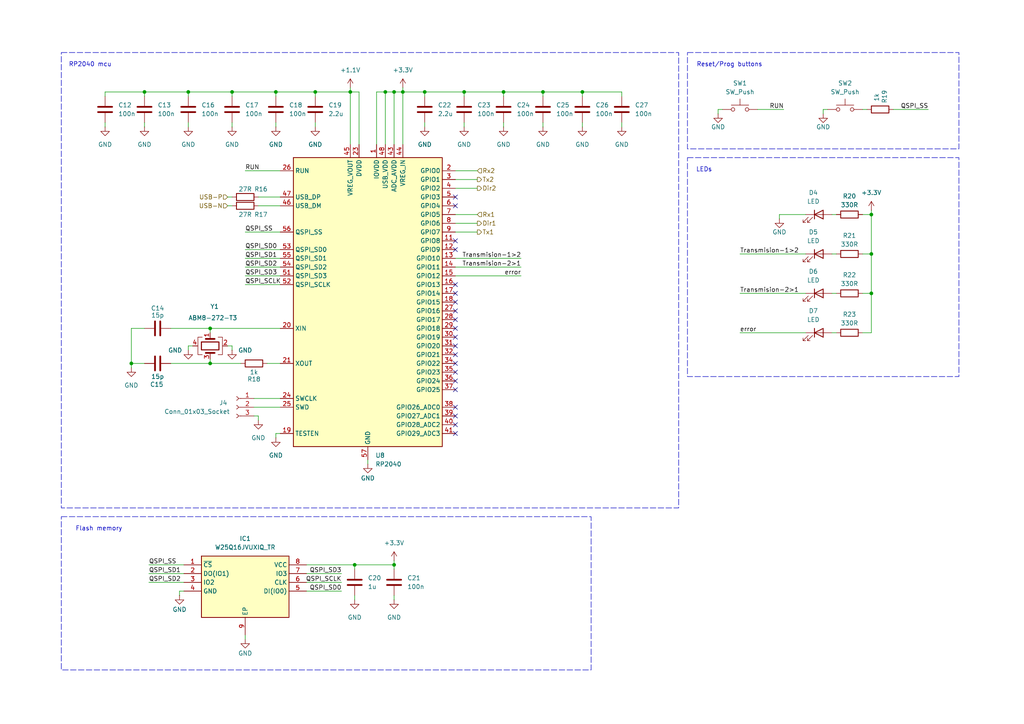
<source format=kicad_sch>
(kicad_sch (version 20231120) (generator "eeschema") (generator_version "8.0")
  (paper "A4")
  (title_block (title "RS485 Isolated Repeater") (date "2025-03-13") (rev "v1.0") (company "Szymon Wąchała"))
  (lib_symbols
    (symbol "Connector:Conn_01x03_Socket" (pin_names (offset 1.016) hide)
      (property "Reference" "J" (at 0 5.08 0))
      (property "Value" "Conn_01x03_Socket" (at 0 -5.08 0))
      (symbol "Conn_01x03_Socket_1_1"
        (arc (start 0 -2.032) (mid -0.5058 -2.54) (end 0 -3.048) (stroke (width 0.1524)))
        (polyline (pts (xy -1.27 -2.54) (xy -0.508 -2.54)) (stroke (width 0.1524)))
        (polyline (pts (xy -1.27 0) (xy -0.508 0)) (stroke (width 0.1524)))
        (polyline (pts (xy -1.27 2.54) (xy -0.508 2.54)) (stroke (width 0.1524)))
        (arc (start 0 0.508) (mid -0.5058 0) (end 0 -0.508) (stroke (width 0.1524)))
        (arc (start 0 3.048) (mid -0.5058 2.54) (end 0 2.032) (stroke (width 0.1524)))
        (pin passive line (at -5.08 2.54 0) (length 3.81) (name "Pin_1") (number "1"))
        (pin passive line (at -5.08 0 0) (length 3.81) (name "Pin_2") (number "2"))
        (pin passive line (at -5.08 -2.54 0) (length 3.81) (name "Pin_3") (number "3"))
      )
    )
    (symbol "Device:C" (pin_numbers hide) (pin_names (offset 0.254))
      (property "Reference" "C" (at 0.635 2.54 0))
      (property "Value" "C" (at 0.635 -2.54 0))
      (symbol "C_0_1"
        (polyline (pts (xy -2.032 -0.762) (xy 2.032 -0.762)) (stroke (width 0.508)))
        (polyline (pts (xy -2.032 0.762) (xy 2.032 0.762)) (stroke (width 0.508)))
      )
      (symbol "C_1_1"
        (pin passive line (at 0 3.81 270) (length 2.794) (name "~") (number "1"))
        (pin passive line (at 0 -3.81 90) (length 2.794) (name "~") (number "2"))
      )
    )
    (symbol "Device:Crystal_GND24" (pin_names (offset 1.016) hide)
      (property "Reference" "Y" (at 3.175 5.08 0))
      (property "Value" "Crystal_GND24" (at 3.175 3.175 0))
      (symbol "Crystal_GND24_0_1"
        (rectangle (start -1.143 2.54) (end 1.143 -2.54) (stroke (width 0.3048)))
        (polyline (pts (xy -2.54 0) (xy -2.032 0)))
        (polyline (pts (xy -2.032 -1.27) (xy -2.032 1.27)) (stroke (width 0.508)))
        (polyline (pts (xy 0 -3.81) (xy 0 -3.556)))
        (polyline (pts (xy 0 3.556) (xy 0 3.81)))
        (polyline (pts (xy 2.032 -1.27) (xy 2.032 1.27)) (stroke (width 0.508)))
        (polyline (pts (xy 2.032 0) (xy 2.54 0)))
        (polyline (pts (xy -2.54 -2.286) (xy -2.54 -3.556) (xy 2.54 -3.556) (xy 2.54 -2.286)))
        (polyline (pts (xy -2.54 2.286) (xy -2.54 3.556) (xy 2.54 3.556) (xy 2.54 2.286)))
      )
      (symbol "Crystal_GND24_1_1"
        (pin passive line (at -3.81 0 0) (length 1.27) (name "1") (number "1"))
        (pin passive line (at 0 5.08 270) (length 1.27) (name "2") (number "2"))
        (pin passive line (at 3.81 0 180) (length 1.27) (name "3") (number "3"))
        (pin passive line (at 0 -5.08 90) (length 1.27) (name "4") (number "4"))
      )
    )
    (symbol "Device:LED" (pin_numbers hide) (pin_names (offset 1.016) hide)
      (property "Reference" "D" (at 0 2.54 0))
      (property "Value" "LED" (at 0 -2.54 0))
      (symbol "LED_0_1"
        (polyline (pts (xy -1.27 -1.27) (xy -1.27 1.27)) (stroke (width 0.254)))
        (polyline (pts (xy -1.27 0) (xy 1.27 0)))
        (polyline (pts (xy 1.27 -1.27) (xy 1.27 1.27) (xy -1.27 0) (xy 1.27 -1.27)) (stroke (width 0.254)))
        (polyline (pts (xy -3.048 -0.762) (xy -4.572 -2.286) (xy -3.81 -2.286) (xy -4.572 -2.286) (xy -4.572 -1.524)))
        (polyline (pts (xy -1.778 -0.762) (xy -3.302 -2.286) (xy -2.54 -2.286) (xy -3.302 -2.286) (xy -3.302 -1.524)))
      )
      (symbol "LED_1_1"
        (pin passive line (at -3.81 0 0) (length 2.54) (name "K") (number "1"))
        (pin passive line (at 3.81 0 180) (length 2.54) (name "A") (number "2"))
      )
    )
    (symbol "Device:R" (pin_numbers hide) (pin_names (offset 0))
      (property "Reference" "R" (at 2.032 0 90))
      (property "Value" "R" (at 0 0 90))
      (symbol "R_0_1"
        (rectangle (start -1.016 -2.54) (end 1.016 2.54) (stroke (width 0.254)))
      )
      (symbol "R_1_1"
        (pin passive line (at 0 3.81 270) (length 1.27) (name "~") (number "1"))
        (pin passive line (at 0 -3.81 90) (length 1.27) (name "~") (number "2"))
      )
    )
    (symbol "MCU_RaspberryPi:RP2040"
      (property "Reference" "U" (at 17.78 45.72 0))
      (property "Value" "RP2040" (at 17.78 43.18 0))
      (symbol "RP2040_0_1"
        (rectangle (start -21.59 41.91) (end 21.59 -41.91) (stroke (width 0.254)) (fill (type background)))
      )
      (symbol "RP2040_1_1"
        (pin power_in line (at 2.54 45.72 270) (length 3.81) (name "IOVDD") (number "1"))
        (pin passive line (at 2.54 45.72 270) (length 3.81) hide (name "IOVDD") (number "10"))
        (pin bidirectional line (at 25.4 17.78 180) (length 3.81) (name "GPIO8") (number "11"))
        (pin bidirectional line (at 25.4 15.24 180) (length 3.81) (name "GPIO9") (number "12"))
        (pin bidirectional line (at 25.4 12.7 180) (length 3.81) (name "GPIO10") (number "13"))
        (pin bidirectional line (at 25.4 10.16 180) (length 3.81) (name "GPIO11") (number "14"))
        (pin bidirectional line (at 25.4 7.62 180) (length 3.81) (name "GPIO12") (number "15"))
        (pin bidirectional line (at 25.4 5.08 180) (length 3.81) (name "GPIO13") (number "16"))
        (pin bidirectional line (at 25.4 2.54 180) (length 3.81) (name "GPIO14") (number "17"))
        (pin bidirectional line (at 25.4 0 180) (length 3.81) (name "GPIO15") (number "18"))
        (pin input line (at -25.4 -38.1 0) (length 3.81) (name "TESTEN") (number "19"))
        (pin bidirectional line (at 25.4 38.1 180) (length 3.81) (name "GPIO0") (number "2"))
        (pin input line (at -25.4 -7.62 0) (length 3.81) (name "XIN") (number "20"))
        (pin passive line (at -25.4 -17.78 0) (length 3.81) (name "XOUT") (number "21"))
        (pin passive line (at 2.54 45.72 270) (length 3.81) hide (name "IOVDD") (number "22"))
        (pin power_in line (at -2.54 45.72 270) (length 3.81) (name "DVDD") (number "23"))
        (pin input line (at -25.4 -27.94 0) (length 3.81) (name "SWCLK") (number "24"))
        (pin bidirectional line (at -25.4 -30.48 0) (length 3.81) (name "SWD") (number "25"))
        (pin input line (at -25.4 38.1 0) (length 3.81) (name "RUN") (number "26"))
        (pin bidirectional line (at 25.4 -2.54 180) (length 3.81) (name "GPIO16") (number "27"))
        (pin bidirectional line (at 25.4 -5.08 180) (length 3.81) (name "GPIO17") (number "28"))
        (pin bidirectional line (at 25.4 -7.62 180) (length 3.81) (name "GPIO18") (number "29"))
        (pin bidirectional line (at 25.4 35.56 180) (length 3.81) (name "GPIO1") (number "3"))
        (pin bidirectional line (at 25.4 -10.16 180) (length 3.81) (name "GPIO19") (number "30"))
        (pin bidirectional line (at 25.4 -12.7 180) (length 3.81) (name "GPIO20") (number "31"))
        (pin bidirectional line (at 25.4 -15.24 180) (length 3.81) (name "GPIO21") (number "32"))
        (pin passive line (at 2.54 45.72 270) (length 3.81) hide (name "IOVDD") (number "33"))
        (pin bidirectional line (at 25.4 -17.78 180) (length 3.81) (name "GPIO22") (number "34"))
        (pin bidirectional line (at 25.4 -20.32 180) (length 3.81) (name "GPIO23") (number "35"))
        (pin bidirectional line (at 25.4 -22.86 180) (length 3.81) (name "GPIO24") (number "36"))
        (pin bidirectional line (at 25.4 -25.4 180) (length 3.81) (name "GPIO25") (number "37"))
        (pin bidirectional line (at 25.4 -30.48 180) (length 3.81) (name "GPIO26_ADC0") (number "38"))
        (pin bidirectional line (at 25.4 -33.02 180) (length 3.81) (name "GPIO27_ADC1") (number "39"))
        (pin bidirectional line (at 25.4 33.02 180) (length 3.81) (name "GPIO2") (number "4"))
        (pin bidirectional line (at 25.4 -35.56 180) (length 3.81) (name "GPIO28_ADC2") (number "40"))
        (pin bidirectional line (at 25.4 -38.1 180) (length 3.81) (name "GPIO29_ADC3") (number "41"))
        (pin passive line (at 2.54 45.72 270) (length 3.81) hide (name "IOVDD") (number "42"))
        (pin power_in line (at 7.62 45.72 270) (length 3.81) (name "ADC_AVDD") (number "43"))
        (pin power_in line (at 10.16 45.72 270) (length 3.81) (name "VREG_IN") (number "44"))
        (pin power_out line (at -5.08 45.72 270) (length 3.81) (name "VREG_VOUT") (number "45"))
        (pin bidirectional line (at -25.4 27.94 0) (length 3.81) (name "USB_DM") (number "46"))
        (pin bidirectional line (at -25.4 30.48 0) (length 3.81) (name "USB_DP") (number "47"))
        (pin power_in line (at 5.08 45.72 270) (length 3.81) (name "USB_VDD") (number "48"))
        (pin passive line (at 2.54 45.72 270) (length 3.81) hide (name "IOVDD") (number "49"))
        (pin bidirectional line (at 25.4 30.48 180) (length 3.81) (name "GPIO3") (number "5"))
        (pin passive line (at -2.54 45.72 270) (length 3.81) hide (name "DVDD") (number "50"))
        (pin bidirectional line (at -25.4 7.62 0) (length 3.81) (name "QSPI_SD3") (number "51"))
        (pin output line (at -25.4 5.08 0) (length 3.81) (name "QSPI_SCLK") (number "52"))
        (pin bidirectional line (at -25.4 15.24 0) (length 3.81) (name "QSPI_SD0") (number "53"))
        (pin bidirectional line (at -25.4 10.16 0) (length 3.81) (name "QSPI_SD2") (number "54"))
        (pin bidirectional line (at -25.4 12.7 0) (length 3.81) (name "QSPI_SD1") (number "55"))
        (pin bidirectional line (at -25.4 20.32 0) (length 3.81) (name "QSPI_SS") (number "56"))
        (pin power_in line (at 0 -45.72 90) (length 3.81) (name "GND") (number "57"))
        (pin bidirectional line (at 25.4 27.94 180) (length 3.81) (name "GPIO4") (number "6"))
        (pin bidirectional line (at 25.4 25.4 180) (length 3.81) (name "GPIO5") (number "7"))
        (pin bidirectional line (at 25.4 22.86 180) (length 3.81) (name "GPIO6") (number "8"))
        (pin bidirectional line (at 25.4 20.32 180) (length 3.81) (name "GPIO7") (number "9"))
      )
    )
    (symbol "Switch:SW_Push" (pin_numbers hide) (pin_names (offset 1.016) hide)
      (property "Reference" "SW" (at 1.27 2.54 0))
      (property "Value" "SW_Push" (at 0 -1.524 0))
      (symbol "SW_Push_0_1"
        (circle (center -2.032 0) (radius 0.508))
        (polyline (pts (xy 0 1.27) (xy 0 3.048)))
        (polyline (pts (xy 2.54 1.27) (xy -2.54 1.27)))
        (circle (center 2.032 0) (radius 0.508))
        (pin passive line (at -5.08 0 0) (length 2.54) (name "1") (number "1"))
        (pin passive line (at 5.08 0 180) (length 2.54) (name "2") (number "2"))
      )
    )
    (symbol "W25Q16JVUXIQ_TR:W25Q16JVUXIQ_TR"
      (property "Reference" "IC" (at 31.75 7.62 0))
      (property "Value" "W25Q16JVUXIQ_TR" (at 31.75 5.08 0))
      (symbol "W25Q16JVUXIQ_TR_1_1"
        (rectangle (start 5.08 2.54) (end 30.48 -15.24) (stroke (width 0.254)) (fill (type background)))
        (pin passive line (at 0 0 0) (length 5.08) (name "~{CS}") (number "1"))
        (pin passive line (at 0 -2.54 0) (length 5.08) (name "DO(IO1)") (number "2"))
        (pin passive line (at 0 -5.08 0) (length 5.08) (name "IO2") (number "3"))
        (pin passive line (at 0 -7.62 0) (length 5.08) (name "GND") (number "4"))
        (pin passive line (at 35.56 -7.62 180) (length 5.08) (name "DI(IO0)") (number "5"))
        (pin passive line (at 35.56 -5.08 180) (length 5.08) (name "CLK") (number "6"))
        (pin passive line (at 35.56 -2.54 180) (length 5.08) (name "IO3") (number "7"))
        (pin passive line (at 35.56 0 180) (length 5.08) (name "VCC") (number "8"))
        (pin passive line (at 17.78 -20.32 90) (length 5.08) (name "EP") (number "9"))
      )
    )
    (symbol "power:GND" (power) (pin_numbers hide) (pin_names (offset 0) hide)
      (property "Value" "GND" (at 0 -3.81 0))
      (symbol "GND_0_1"
        (polyline (pts (xy 0 0) (xy 0 -1.27) (xy 1.27 -1.27) (xy 0 -2.54) (xy -1.27 -1.27) (xy 0 -1.27)))
      )
      (symbol "GND_1_1"
        (pin power_in line (at 0 0 270) (length 0) (name "~") (number "1"))
      )
    )
    (symbol "power:VCC" (power) (pin_numbers hide) (pin_names (offset 0) hide)
      (property "Value" "VCC" (at 0 3.556 0))
      (symbol "VCC_0_1"
        (polyline (pts (xy -0.762 1.27) (xy 0 2.54)))
        (polyline (pts (xy 0 0) (xy 0 2.54)))
        (polyline (pts (xy 0 2.54) (xy 0.762 1.27)))
      )
      (symbol "VCC_1_1"
        (pin power_in line (at 0 0 90) (length 0) (name "~") (number "1"))
      )
    )
  )
  (junction (at 41.91 26.67))
  (junction (at 101.6 26.67))
  (junction (at 91.44 26.67))
  (junction (at 252.73 62.23))
  (junction (at 67.31 26.67))
  (junction (at 38.1 105.41))
  (junction (at 252.73 85.09))
  (junction (at 114.3 26.67))
  (junction (at 60.96 105.41))
  (junction (at 111.76 26.67))
  (junction (at 123.19 26.67))
  (junction (at 80.01 26.67))
  (junction (at 157.48 26.67))
  (junction (at 116.84 26.67))
  (junction (at 252.73 73.66))
  (junction (at 60.96 95.25))
  (junction (at 114.3 163.83))
  (junction (at 102.87 163.83))
  (junction (at 146.05 26.67))
  (junction (at 134.62 26.67))
  (junction (at 168.91 26.67))
  (junction (at 54.61 26.67))
  (no_connect (at 132.08 125.73))
  (no_connect (at 132.08 97.79))
  (no_connect (at 132.08 102.87))
  (no_connect (at 132.08 69.85))
  (no_connect (at 132.08 90.17))
  (no_connect (at 132.08 92.71))
  (no_connect (at 132.08 118.11))
  (no_connect (at 132.08 72.39))
  (no_connect (at 132.08 95.25))
  (no_connect (at 132.08 113.03))
  (no_connect (at 132.08 100.33))
  (no_connect (at 132.08 110.49))
  (no_connect (at 132.08 57.15))
  (no_connect (at 132.08 82.55))
  (no_connect (at 132.08 87.63))
  (no_connect (at 132.08 105.41))
  (no_connect (at 132.08 120.65))
  (no_connect (at 132.08 123.19))
  (no_connect (at 132.08 107.95))
  (no_connect (at 132.08 85.09))
  (no_connect (at 132.08 59.69))
  (wire (pts (xy 109.22 41.91) (xy 109.22 26.67)))
  (wire (pts (xy 116.84 26.67) (xy 116.84 41.91)))
  (wire (pts (xy 66.04 59.69) (xy 67.31 59.69)))
  (wire (pts (xy 77.47 105.41) (xy 81.28 105.41)))
  (wire (pts (xy 208.28 33.02) (xy 208.28 31.75)))
  (wire (pts (xy 241.3 96.52) (xy 242.57 96.52)))
  (wire (pts (xy 151.13 77.47) (xy 132.08 77.47)))
  (wire (pts (xy 123.19 36.83) (xy 123.19 35.56)))
  (wire (pts (xy 38.1 105.41) (xy 41.91 105.41)))
  (wire (pts (xy 52.07 171.45) (xy 52.07 172.72)))
  (wire (pts (xy 80.01 27.94) (xy 80.01 26.67)))
  (wire (pts (xy 73.66 118.11) (xy 81.28 118.11)))
  (wire (pts (xy 157.48 36.83) (xy 157.48 35.56)))
  (wire (pts (xy 67.31 27.94) (xy 67.31 26.67)))
  (wire (pts (xy 138.43 62.23) (xy 132.08 62.23)))
  (wire (pts (xy 241.3 62.23) (xy 242.57 62.23)))
  (wire (pts (xy 214.63 85.09) (xy 233.68 85.09)))
  (wire (pts (xy 67.31 36.83) (xy 67.31 35.56)))
  (wire (pts (xy 252.73 85.09) (xy 252.73 96.52)))
  (wire (pts (xy 259.08 31.75) (xy 269.24 31.75)))
  (wire (pts (xy 91.44 27.94) (xy 91.44 26.67)))
  (wire (pts (xy 66.04 57.15) (xy 67.31 57.15)))
  (wire (pts (xy 71.12 77.47) (xy 81.28 77.47)))
  (wire (pts (xy 157.48 27.94) (xy 157.48 26.67)))
  (wire (pts (xy 241.3 73.66) (xy 242.57 73.66)))
  (wire (pts (xy 99.06 168.91) (xy 88.9 168.91)))
  (wire (pts (xy 104.14 41.91) (xy 104.14 26.67)))
  (wire (pts (xy 71.12 49.53) (xy 81.28 49.53)))
  (wire (pts (xy 71.12 82.55) (xy 81.28 82.55)))
  (wire (pts (xy 168.91 26.67) (xy 157.48 26.67)))
  (wire (pts (xy 252.73 73.66) (xy 252.73 85.09)))
  (wire (pts (xy 250.19 73.66) (xy 252.73 73.66)))
  (wire (pts (xy 54.61 36.83) (xy 54.61 35.56)))
  (wire (pts (xy 41.91 36.83) (xy 41.91 35.56)))
  (wire (pts (xy 180.34 26.67) (xy 168.91 26.67)))
  (wire (pts (xy 38.1 95.25) (xy 38.1 105.41)))
  (wire (pts (xy 60.96 95.25) (xy 60.96 96.52)))
  (wire (pts (xy 116.84 26.67) (xy 123.19 26.67)))
  (wire (pts (xy 106.68 133.35) (xy 106.68 134.62)))
  (wire (pts (xy 101.6 26.67) (xy 101.6 41.91)))
  (wire (pts (xy 91.44 35.56) (xy 91.44 36.83)))
  (wire (pts (xy 208.28 31.75) (xy 209.55 31.75)))
  (wire (pts (xy 114.3 26.67) (xy 116.84 26.67)))
  (wire (pts (xy 71.12 74.93) (xy 81.28 74.93)))
  (wire (pts (xy 180.34 27.94) (xy 180.34 26.67)))
  (wire (pts (xy 49.53 105.41) (xy 60.96 105.41)))
  (wire (pts (xy 88.9 163.83) (xy 102.87 163.83)))
  (wire (pts (xy 134.62 26.67) (xy 123.19 26.67)))
  (wire (pts (xy 138.43 54.61) (xy 132.08 54.61)))
  (wire (pts (xy 52.07 171.45) (xy 53.34 171.45)))
  (wire (pts (xy 30.48 36.83) (xy 30.48 35.56)))
  (wire (pts (xy 146.05 26.67) (xy 134.62 26.67)))
  (wire (pts (xy 250.19 96.52) (xy 252.73 96.52)))
  (wire (pts (xy 109.22 26.67) (xy 111.76 26.67)))
  (wire (pts (xy 66.04 100.33) (xy 67.31 100.33)))
  (wire (pts (xy 116.84 25.4) (xy 116.84 26.67)))
  (wire (pts (xy 73.66 120.65) (xy 74.93 120.65)))
  (wire (pts (xy 67.31 100.33) (xy 67.31 101.6)))
  (wire (pts (xy 102.87 163.83) (xy 102.87 165.1)))
  (wire (pts (xy 146.05 36.83) (xy 146.05 35.56)))
  (wire (pts (xy 111.76 26.67) (xy 111.76 41.91)))
  (wire (pts (xy 38.1 106.68) (xy 38.1 105.41)))
  (wire (pts (xy 69.85 105.41) (xy 60.96 105.41)))
  (wire (pts (xy 102.87 172.72) (xy 102.87 173.99)))
  (wire (pts (xy 60.96 95.25) (xy 81.28 95.25)))
  (wire (pts (xy 54.61 100.33) (xy 55.88 100.33)))
  (wire (pts (xy 168.91 26.67) (xy 168.91 27.94)))
  (wire (pts (xy 134.62 36.83) (xy 134.62 35.56)))
  (wire (pts (xy 67.31 26.67) (xy 80.01 26.67)))
  (wire (pts (xy 80.01 127) (xy 80.01 125.73)))
  (wire (pts (xy 74.93 120.65) (xy 74.93 121.92)))
  (wire (pts (xy 168.91 36.83) (xy 168.91 35.56)))
  (wire (pts (xy 219.71 31.75) (xy 227.33 31.75)))
  (wire (pts (xy 241.3 85.09) (xy 242.57 85.09)))
  (wire (pts (xy 114.3 163.83) (xy 102.87 163.83)))
  (wire (pts (xy 252.73 62.23) (xy 252.73 60.96)))
  (wire (pts (xy 146.05 26.67) (xy 146.05 27.94)))
  (wire (pts (xy 74.93 59.69) (xy 81.28 59.69)))
  (wire (pts (xy 80.01 26.67) (xy 91.44 26.67)))
  (wire (pts (xy 214.63 73.66) (xy 233.68 73.66)))
  (wire (pts (xy 252.73 62.23) (xy 252.73 73.66)))
  (wire (pts (xy 74.93 57.15) (xy 81.28 57.15)))
  (wire (pts (xy 138.43 52.07) (xy 132.08 52.07)))
  (wire (pts (xy 99.06 171.45) (xy 88.9 171.45)))
  (wire (pts (xy 91.44 26.67) (xy 101.6 26.67)))
  (wire (pts (xy 60.96 105.41) (xy 60.96 104.14)))
  (wire (pts (xy 43.18 166.37) (xy 53.34 166.37)))
  (wire (pts (xy 226.06 63.5) (xy 226.06 62.23)))
  (wire (pts (xy 43.18 168.91) (xy 53.34 168.91)))
  (wire (pts (xy 114.3 26.67) (xy 114.3 41.91)))
  (wire (pts (xy 157.48 26.67) (xy 146.05 26.67)))
  (wire (pts (xy 54.61 27.94) (xy 54.61 26.67)))
  (wire (pts (xy 114.3 163.83) (xy 114.3 165.1)))
  (wire (pts (xy 138.43 67.31) (xy 132.08 67.31)))
  (wire (pts (xy 111.76 26.67) (xy 114.3 26.67)))
  (wire (pts (xy 114.3 172.72) (xy 114.3 173.99)))
  (wire (pts (xy 101.6 25.4) (xy 101.6 26.67)))
  (wire (pts (xy 71.12 67.31) (xy 81.28 67.31)))
  (wire (pts (xy 151.13 80.01) (xy 132.08 80.01)))
  (wire (pts (xy 71.12 184.15) (xy 71.12 185.42)))
  (wire (pts (xy 238.76 31.75) (xy 240.03 31.75)))
  (wire (pts (xy 30.48 26.67) (xy 30.48 27.94)))
  (wire (pts (xy 151.13 74.93) (xy 132.08 74.93)))
  (wire (pts (xy 80.01 125.73) (xy 81.28 125.73)))
  (wire (pts (xy 250.19 85.09) (xy 252.73 85.09)))
  (wire (pts (xy 138.43 49.53) (xy 132.08 49.53)))
  (wire (pts (xy 49.53 95.25) (xy 60.96 95.25)))
  (wire (pts (xy 43.18 163.83) (xy 53.34 163.83)))
  (wire (pts (xy 54.61 101.6) (xy 54.61 100.33)))
  (wire (pts (xy 73.66 115.57) (xy 81.28 115.57)))
  (wire (pts (xy 134.62 27.94) (xy 134.62 26.67)))
  (wire (pts (xy 214.63 96.52) (xy 233.68 96.52)))
  (wire (pts (xy 226.06 62.23) (xy 233.68 62.23)))
  (wire (pts (xy 104.14 26.67) (xy 101.6 26.67)))
  (wire (pts (xy 238.76 33.02) (xy 238.76 31.75)))
  (wire (pts (xy 41.91 27.94) (xy 41.91 26.67)))
  (wire (pts (xy 71.12 72.39) (xy 81.28 72.39)))
  (wire (pts (xy 71.12 80.01) (xy 81.28 80.01)))
  (wire (pts (xy 80.01 36.83) (xy 80.01 35.56)))
  (wire (pts (xy 114.3 162.56) (xy 114.3 163.83)))
  (wire (pts (xy 123.19 26.67) (xy 123.19 27.94)))
  (wire (pts (xy 54.61 26.67) (xy 67.31 26.67)))
  (wire (pts (xy 99.06 166.37) (xy 88.9 166.37)))
  (wire (pts (xy 41.91 26.67) (xy 54.61 26.67)))
  (wire (pts (xy 41.91 26.67) (xy 30.48 26.67)))
  (wire (pts (xy 138.43 64.77) (xy 132.08 64.77)))
  (wire (pts (xy 250.19 31.75) (xy 251.46 31.75)))
  (wire (pts (xy 250.19 62.23) (xy 252.73 62.23)))
  (wire (pts (xy 180.34 36.83) (xy 180.34 35.56)))
  (wire (pts (xy 38.1 95.25) (xy 41.91 95.25)))
  (rectangle (start 17.78 15.24) (end 196.85 147.32) (stroke (width 0) (type dash)))
  (rectangle (start 199.39 15.24) (end 278.13 43.18) (stroke (width 0) (type dash)))
  (rectangle (start 199.39 45.72) (end 278.13 109.22) (stroke (width 0) (type dash)))
  (rectangle (start 17.78 149.86) (end 171.45 194.31) (stroke (width 0) (type dash)))
  (text "LEDs" (at 204.216 49.276 0) (effects (font (size 1.27 1.27))))
  (text "Reset/Prog buttons" (at 211.582 18.796 0) (effects (font (size 1.27 1.27))))
  (text "RP2040 mcu" (at 26.162 18.796 0) (effects (font (size 1.27 1.27))))
  (text "Flash memory" (at 28.702 153.416 0) (effects (font (size 1.27 1.27))))
  (label "QSPI_SD2" (at 71.12 77.47 0))
  (label "RUN" (at 71.12 49.53 0))
  (label "QSPI_SS" (at 269.24 31.75 180))
  (label "error" (at 151.13 80.01 180))
  (label "Transmision-1>2" (at 151.13 74.93 180))
  (label "QSPI_SCLK" (at 99.06 168.91 180))
  (label "QSPI_SD2" (at 43.18 168.91 0))
  (label "QSPI_SS" (at 71.12 67.31 0))
  (label "QSPI_SD1" (at 43.18 166.37 0))
  (label "QSPI_SD3" (at 99.06 166.37 180))
  (label "QSPI_SD3" (at 71.12 80.01 0))
  (label "Transmision-2>1" (at 214.63 85.09 0))
  (label "Transmision-1>2" (at 214.63 73.66 0))
  (label "QSPI_SD0" (at 99.06 171.45 180))
  (label "QSPI_SS" (at 43.18 163.83 0))
  (label "QSPI_SD1" (at 71.12 74.93 0))
  (label "QSPI_SCLK" (at 71.12 82.55 0))
  (label "error" (at 214.63 96.52 0))
  (label "QSPI_SD0" (at 71.12 72.39 0))
  (label "Transmision-2>1" (at 151.13 77.47 180))
  (label "RUN" (at 227.33 31.75 180))
  (hierarchical_label "USB-N" (shape input) (at 66.04 59.69 180))
  (hierarchical_label "Rx2" (shape input) (at 138.43 49.53 0))
  (hierarchical_label "Dir2" (shape output) (at 138.43 54.61 0))
  (hierarchical_label "USB-P" (shape input) (at 66.04 57.15 180))
  (hierarchical_label "Tx1" (shape output) (at 138.43 67.31 0))
  (hierarchical_label "Dir1" (shape output) (at 138.43 64.77 0))
  (hierarchical_label "Tx2" (shape output) (at 138.43 52.07 0))
  (hierarchical_label "Rx1" (shape input) (at 138.43 62.23 0))
  (symbol (lib_id "power:GND") (at 41.91 36.83 0) (unit 1)
    (property "Reference" "#PWR038" (effects (hide yes)))
    (property "Value" "GND" (at 41.91 41.91 0))
    (property "Description" "Power symbol creates a global label with name \"GND\" , ground" (effects (hide yes)))
  )
  (symbol (lib_id "Device:C") (at 168.91 31.75 0) (unit 1)
    (property "Reference" "C26" (at 172.72 30.4799 0) (effects (justify left)))
    (property "Value" "100n" (at 172.72 33.0199 0) (effects (justify left)))
    (property "Footprint" "Capacitor_SMD:C_0402_1005Metric" (effects (hide yes)))
    (property "Description" "Unpolarized capacitor" (effects (hide yes)))
  )
  (symbol (lib_id "MCU_RaspberryPi:RP2040") (at 106.68 87.63 0) (unit 1)
    (property "Reference" "U8" (at 108.8741 132.08 0) (effects (justify left)))
    (property "Value" "RP2040" (at 108.8741 134.62 0) (effects (justify left)))
    (property "Footprint" "Package_DFN_QFN:QFN-56-1EP_7x7mm_P0.4mm_EP3.2x3.2mm_ThermalVias" (effects (hide yes)))
    (property "Datasheet" "https://datasheets.raspberrypi.com/rp2040/rp2040-datasheet.pdf" (effects (hide yes)))
    (property "Description" "A microcontroller by Raspberry Pi" (effects (hide yes)))
  )
  (symbol (lib_id "Device:LED") (at 237.49 73.66 0) (unit 1)
    (property "Reference" "D5" (at 235.9025 67.31 0))
    (property "Value" "LED" (at 235.9025 69.85 0))
    (property "Footprint" "LED_SMD:LED_0805_2012Metric" (effects (hide yes)))
    (property "Description" "Light emitting diode" (effects (hide yes)))
  )
  (symbol (lib_id "Device:C") (at 45.72 105.41 90) (unit 1)
    (property "Reference" "C15" (at 45.466 111.506 90))
    (property "Value" "15p" (at 45.72 109.22 90))
    (property "Footprint" "Capacitor_SMD:C_0402_1005Metric" (effects (hide yes)))
    (property "Description" "Unpolarized capacitor" (effects (hide yes)))
  )
  (symbol (lib_id "power:GND") (at 106.68 134.62 0) (unit 1)
    (property "Reference" "#PWR051" (effects (hide yes)))
    (property "Value" "GND" (at 106.68 138.684 0))
    (property "Description" "Power symbol creates a global label with name \"GND\" , ground" (effects (hide yes)))
  )
  (symbol (lib_id "power:VCC") (at 252.73 60.96 0) (unit 1)
    (property "Reference" "#PWR062" (effects (hide yes)))
    (property "Value" "+3.3V" (at 252.73 55.88 0))
    (property "Description" "Power symbol creates a global label with name \"VCC\"" (effects (hide yes)))
  )
  (symbol (lib_id "power:GND") (at 226.06 63.5 0) (unit 1)
    (property "Reference" "#PWR063" (effects (hide yes)))
    (property "Value" "GND" (at 226.06 67.31 0))
    (property "Description" "Power symbol creates a global label with name \"GND\" , ground" (effects (hide yes)))
  )
  (symbol (lib_id "power:GND") (at 146.05 36.83 0) (unit 1)
    (property "Reference" "#PWR057" (effects (hide yes)))
    (property "Value" "GND" (at 146.05 41.91 0))
    (property "Description" "Power symbol creates a global label with name \"GND\" , ground" (effects (hide yes)))
  )
  (symbol (lib_id "power:GND") (at 74.93 121.92 0) (unit 1)
    (property "Reference" "#PWR045" (effects (hide yes)))
    (property "Value" "GND" (at 74.93 127 0))
    (property "Description" "Power symbol creates a global label with name \"GND\" , ground" (effects (hide yes)))
  )
  (symbol (lib_id "power:VCC") (at 101.6 25.4 0) (unit 1)
    (property "Reference" "#PWR049" (effects (hide yes)))
    (property "Value" "+1.1V" (at 101.6 20.32 0))
    (property "Description" "Power symbol creates a global label with name \"VCC\"" (effects (hide yes)))
  )
  (symbol (lib_id "Device:R") (at 246.38 96.52 90) (unit 1)
    (property "Reference" "R23" (at 246.38 91.186 90))
    (property "Value" "330R" (at 246.38 93.726 90))
    (property "Footprint" "Resistor_SMD:R_0805_2012Metric" (effects (hide yes)))
    (property "Description" "Resistor" (effects (hide yes)))
  )
  (symbol (lib_id "Device:C") (at 134.62 31.75 0) (unit 1)
    (property "Reference" "C23" (at 138.43 30.4799 0) (effects (justify left)))
    (property "Value" "100n" (at 138.43 33.0199 0) (effects (justify left)))
    (property "Footprint" "Capacitor_SMD:C_0402_1005Metric" (effects (hide yes)))
    (property "Description" "Unpolarized capacitor" (effects (hide yes)))
  )
  (symbol (lib_id "Device:C") (at 45.72 95.25 90) (unit 1)
    (property "Reference" "C14" (at 45.72 89.408 90))
    (property "Value" "15p" (at 45.72 91.44 90))
    (property "Footprint" "Capacitor_SMD:C_0402_1005Metric" (effects (hide yes)))
    (property "Description" "Unpolarized capacitor" (effects (hide yes)))
  )
  (symbol (lib_id "Device:C") (at 157.48 31.75 0) (unit 1)
    (property "Reference" "C25" (at 161.29 30.4799 0) (effects (justify left)))
    (property "Value" "100n" (at 161.29 33.0199 0) (effects (justify left)))
    (property "Footprint" "Capacitor_SMD:C_0402_1005Metric" (effects (hide yes)))
    (property "Description" "Unpolarized capacitor" (effects (hide yes)))
  )
  (symbol (lib_id "power:GND") (at 54.61 101.6 0) (unit 1)
    (property "Reference" "#PWR041" (effects (hide yes)))
    (property "Value" "GND" (at 50.8 101.6 0))
    (property "Description" "Power symbol creates a global label with name \"GND\" , ground" (effects (hide yes)))
  )
  (symbol (lib_id "Switch:SW_Push") (at 214.63 31.75 0) (unit 1)
    (property "Reference" "SW1" (at 214.63 24.13 0))
    (property "Value" "SW_Push" (at 214.63 26.67 0))
    (property "Footprint" "Button_Switch_SMD:SW_Tactile_SPST_NO_Straight_CK_PTS636Sx25SMTRLFS" (effects (hide yes)))
    (property "Description" "Push button switch, generic, two pins" (effects (hide yes)))
  )
  (symbol (lib_id "power:GND") (at 114.3 173.99 0) (unit 1)
    (property "Reference" "#PWR053" (effects (hide yes)))
    (property "Value" "GND" (at 114.3 179.07 0))
    (property "Description" "Power symbol creates a global label with name \"GND\" , ground" (effects (hide yes)))
  )
  (symbol (lib_id "Device:C") (at 102.87 168.91 0) (unit 1)
    (property "Reference" "C20" (at 106.68 167.6399 0) (effects (justify left)))
    (property "Value" "1u" (at 106.68 170.1799 0) (effects (justify left)))
    (property "Footprint" "Capacitor_SMD:C_0805_2012Metric" (effects (hide yes)))
    (property "Description" "Unpolarized capacitor" (effects (hide yes)))
  )
  (symbol (lib_id "power:GND") (at 52.07 172.72 0) (unit 1)
    (property "Reference" "#PWR039" (effects (hide yes)))
    (property "Value" "GND" (at 52.07 176.784 0))
    (property "Description" "Power symbol creates a global label with name \"GND\" , ground" (effects (hide yes)))
  )
  (symbol (lib_id "power:GND") (at 168.91 36.83 0) (unit 1)
    (property "Reference" "#PWR059" (effects (hide yes)))
    (property "Value" "GND" (at 168.91 41.91 0))
    (property "Description" "Power symbol creates a global label with name \"GND\" , ground" (effects (hide yes)))
  )
  (symbol (lib_id "Device:LED") (at 237.49 96.52 0) (unit 1)
    (property "Reference" "D7" (at 235.9025 90.17 0))
    (property "Value" "LED" (at 235.9025 92.71 0))
    (property "Footprint" "LED_SMD:LED_0805_2012Metric" (effects (hide yes)))
    (property "Description" "Light emitting diode" (effects (hide yes)))
  )
  (symbol (lib_id "Device:C") (at 80.01 31.75 0) (unit 1)
    (property "Reference" "C18" (at 83.82 30.4799 0) (effects (justify left)))
    (property "Value" "100n" (at 83.82 33.0199 0) (effects (justify left)))
    (property "Footprint" "Capacitor_SMD:C_0402_1005Metric" (effects (hide yes)))
    (property "Description" "Unpolarized capacitor" (effects (hide yes)))
  )
  (symbol (lib_id "power:GND") (at 30.48 36.83 0) (unit 1)
    (property "Reference" "#PWR036" (effects (hide yes)))
    (property "Value" "GND" (at 30.48 41.91 0))
    (property "Description" "Power symbol creates a global label with name \"GND\" , ground" (effects (hide yes)))
  )
  (symbol (lib_id "power:GND") (at 67.31 36.83 0) (unit 1)
    (property "Reference" "#PWR042" (effects (hide yes)))
    (property "Value" "GND" (at 67.31 41.91 0))
    (property "Description" "Power symbol creates a global label with name \"GND\" , ground" (effects (hide yes)))
  )
  (symbol (lib_id "Switch:SW_Push") (at 245.11 31.75 0) (unit 1)
    (property "Reference" "SW2" (at 245.11 24.13 0))
    (property "Value" "SW_Push" (at 245.11 26.67 0))
    (property "Footprint" "Button_Switch_SMD:SW_Tactile_SPST_NO_Straight_CK_PTS636Sx25SMTRLFS" (effects (hide yes)))
    (property "Description" "Push button switch, generic, two pins" (effects (hide yes)))
  )
  (symbol (lib_id "W25Q16JVUXIQ_TR:W25Q16JVUXIQ_TR") (at 53.34 163.83 0) (unit 1)
    (property "Reference" "IC1" (at 71.12 156.21 0))
    (property "Value" "W25Q16JVUXIQ_TR" (at 71.12 158.75 0))
    (property "Footprint" "W25Q16JVUXIQ_TR:SON50P300X200X60-9N" (effects (hide yes)))
    (property "Datasheet" "https://componentsearchengine.com/Datasheets/1/W25Q16JVUXIQ TR.pdf" (effects (hide yes)))
    (property "Description" "NOR Flash spiFlash, 3V, 16M-bit, 4Kb Uniform Sector, DTR" (effects (hide yes)))
    (property "Height" "0.6" (effects (hide yes)))
    (property "Manufacturer_Name" "Winbond" (effects (hide yes)))
    (property "Manufacturer_Part_Number" "W25Q16JVUXIQ TR" (effects (hide yes)))
  )
  (symbol (lib_id "power:GND") (at 238.76 33.02 0) (unit 1)
    (property "Reference" "#PWR064" (effects (hide yes)))
    (property "Value" "GND" (at 238.76 36.83 0))
    (property "Description" "Power symbol creates a global label with name \"GND\" , ground" (effects (hide yes)))
  )
  (symbol (lib_id "power:GND") (at 157.48 36.83 0) (unit 1)
    (property "Reference" "#PWR058" (effects (hide yes)))
    (property "Value" "GND" (at 157.48 41.91 0))
    (property "Description" "Power symbol creates a global label with name \"GND\" , ground" (effects (hide yes)))
  )
  (symbol (lib_id "Device:R") (at 73.66 105.41 270) (mirror x) (unit 1)
    (property "Reference" "R18" (at 73.66 109.982 90))
    (property "Value" "1k" (at 73.66 107.95 90))
    (property "Footprint" "Resistor_SMD:R_0402_1005Metric" (effects (hide yes)))
    (property "Description" "Resistor" (effects (hide yes)))
  )
  (symbol (lib_id "Device:C") (at 180.34 31.75 0) (unit 1)
    (property "Reference" "C27" (at 184.15 30.4799 0) (effects (justify left)))
    (property "Value" "100n" (at 184.15 33.0199 0) (effects (justify left)))
    (property "Footprint" "Capacitor_SMD:C_0402_1005Metric" (effects (hide yes)))
    (property "Description" "Unpolarized capacitor" (effects (hide yes)))
  )
  (symbol (lib_id "Device:C") (at 114.3 168.91 0) (unit 1)
    (property "Reference" "C21" (at 118.11 167.6399 0) (effects (justify left)))
    (property "Value" "100n" (at 118.11 170.1799 0) (effects (justify left)))
    (property "Footprint" "Capacitor_SMD:C_0402_1005Metric" (effects (hide yes)))
    (property "Description" "Unpolarized capacitor" (effects (hide yes)))
  )
  (symbol (lib_id "Device:R") (at 255.27 31.75 270) (unit 1)
    (property "Reference" "R19" (at 256.54 29.972 0) (effects (justify right)))
    (property "Value" "1k" (at 254.254 29.464 0) (effects (justify right)))
    (property "Footprint" "Resistor_SMD:R_0402_1005Metric" (effects (hide yes)))
    (property "Description" "Resistor" (effects (hide yes)))
  )
  (symbol (lib_id "Device:LED") (at 237.49 62.23 0) (unit 1)
    (property "Reference" "D4" (at 235.9025 55.88 0))
    (property "Value" "LED" (at 235.9025 58.42 0))
    (property "Footprint" "LED_SMD:LED_0805_2012Metric" (effects (hide yes)))
    (property "Description" "Light emitting diode" (effects (hide yes)))
  )
  (symbol (lib_id "Device:R") (at 71.12 57.15 90) (unit 1)
    (property "Reference" "R16" (at 75.692 54.864 90))
    (property "Value" "27R" (at 71.12 54.864 90))
    (property "Footprint" "Resistor_SMD:R_0402_1005Metric" (effects (hide yes)))
    (property "Description" "Resistor" (effects (hide yes)))
  )
  (symbol (lib_id "power:GND") (at 180.34 36.83 0) (unit 1)
    (property "Reference" "#PWR060" (effects (hide yes)))
    (property "Value" "GND" (at 180.34 41.91 0))
    (property "Description" "Power symbol creates a global label with name \"GND\" , ground" (effects (hide yes)))
  )
  (symbol (lib_id "power:GND") (at 67.31 101.6 0) (mirror y) (unit 1)
    (property "Reference" "#PWR043" (effects (hide yes)))
    (property "Value" "GND" (at 71.12 101.6 0))
    (property "Description" "Power symbol creates a global label with name \"GND\" , ground" (effects (hide yes)))
  )
  (symbol (lib_id "Device:LED") (at 237.49 85.09 0) (unit 1)
    (property "Reference" "D6" (at 235.9025 78.74 0))
    (property "Value" "LED" (at 235.9025 81.28 0))
    (property "Footprint" "LED_SMD:LED_0805_2012Metric" (effects (hide yes)))
    (property "Description" "Light emitting diode" (effects (hide yes)))
  )
  (symbol (lib_id "power:GND") (at 208.28 33.02 0) (unit 1)
    (property "Reference" "#PWR061" (effects (hide yes)))
    (property "Value" "GND" (at 208.28 36.83 0))
    (property "Description" "Power symbol creates a global label with name \"GND\" , ground" (effects (hide yes)))
  )
  (symbol (lib_id "power:VCC") (at 114.3 162.56 0) (unit 1)
    (property "Reference" "#PWR052" (effects (hide yes)))
    (property "Value" "+3.3V" (at 114.3 157.48 0))
    (property "Description" "Power symbol creates a global label with name \"VCC\"" (effects (hide yes)))
  )
  (symbol (lib_id "Device:C") (at 41.91 31.75 0) (unit 1)
    (property "Reference" "C13" (at 45.72 30.4799 0) (effects (justify left)))
    (property "Value" "100n" (at 45.72 33.0199 0) (effects (justify left)))
    (property "Footprint" "Capacitor_SMD:C_0402_1005Metric" (effects (hide yes)))
    (property "Description" "Unpolarized capacitor" (effects (hide yes)))
  )
  (symbol (lib_id "Device:R") (at 71.12 59.69 270) (mirror x) (unit 1)
    (property "Reference" "R17" (at 75.692 62.23 90))
    (property "Value" "27R" (at 71.12 62.23 90))
    (property "Footprint" "Resistor_SMD:R_0402_1005Metric" (effects (hide yes)))
    (property "Description" "Resistor" (effects (hide yes)))
  )
  (symbol (lib_id "Device:C") (at 67.31 31.75 0) (unit 1)
    (property "Reference" "C17" (at 71.12 30.4799 0) (effects (justify left)))
    (property "Value" "100n" (at 71.12 33.0199 0) (effects (justify left)))
    (property "Footprint" "Capacitor_SMD:C_0402_1005Metric" (effects (hide yes)))
    (property "Description" "Unpolarized capacitor" (effects (hide yes)))
  )
  (symbol (lib_id "Device:C") (at 54.61 31.75 0) (unit 1)
    (property "Reference" "C16" (at 58.42 30.4799 0) (effects (justify left)))
    (property "Value" "100n" (at 58.42 33.0199 0) (effects (justify left)))
    (property "Footprint" "Capacitor_SMD:C_0402_1005Metric" (effects (hide yes)))
    (property "Description" "Unpolarized capacitor" (effects (hide yes)))
  )
  (symbol (lib_id "Device:C") (at 123.19 31.75 0) (unit 1)
    (property "Reference" "C22" (at 127 30.4799 0) (effects (justify left)))
    (property "Value" "2.2u" (at 127 33.0199 0) (effects (justify left)))
    (property "Footprint" "Capacitor_SMD:C_0805_2012Metric" (effects (hide yes)))
    (property "Description" "Unpolarized capacitor" (effects (hide yes)))
  )
  (symbol (lib_id "Device:C") (at 91.44 31.75 0) (unit 1)
    (property "Reference" "C19" (at 95.25 30.4799 0) (effects (justify left)))
    (property "Value" "2.2u" (at 95.25 33.0199 0) (effects (justify left)))
    (property "Footprint" "Capacitor_SMD:C_0805_2012Metric" (effects (hide yes)))
    (property "Description" "Unpolarized capacitor" (effects (hide yes)))
  )
  (symbol (lib_id "Device:R") (at 246.38 85.09 90) (unit 1)
    (property "Reference" "R22" (at 246.38 79.756 90))
    (property "Value" "330R" (at 246.38 82.296 90))
    (property "Footprint" "Resistor_SMD:R_0805_2012Metric" (effects (hide yes)))
    (property "Description" "Resistor" (effects (hide yes)))
  )
  (symbol (lib_id "Connector:Conn_01x03_Socket") (at 68.58 118.11 0) (mirror y) (unit 1)
    (property "Reference" "J4" (at 64.77 116.84 0))
    (property "Value" "Conn_01x03_Socket" (at 57.15 119.38 0))
    (property "Footprint" "Connector_JST:JST_PH_S3B-PH-K_1x03_P2.00mm_Horizontal" (effects (hide yes)))
    (property "Description" "Generic connector, single row, 01x03, script generated" (effects (hide yes)))
  )
  (symbol (lib_id "Device:R") (at 246.38 62.23 90) (unit 1)
    (property "Reference" "R20" (at 246.38 56.896 90))
    (property "Value" "330R" (at 246.38 59.436 90))
    (property "Footprint" "Resistor_SMD:R_0805_2012Metric" (effects (hide yes)))
    (property "Description" "Resistor" (effects (hide yes)))
  )
  (symbol (lib_id "Device:C") (at 30.48 31.75 0) (unit 1)
    (property "Reference" "C12" (at 34.29 30.4799 0) (effects (justify left)))
    (property "Value" "100n" (at 34.29 33.0199 0) (effects (justify left)))
    (property "Footprint" "Capacitor_SMD:C_0402_1005Metric" (effects (hide yes)))
    (property "Description" "Unpolarized capacitor" (effects (hide yes)))
  )
  (symbol (lib_id "power:GND") (at 102.87 173.99 0) (unit 1)
    (property "Reference" "#PWR050" (effects (hide yes)))
    (property "Value" "GND" (at 102.87 179.07 0))
    (property "Description" "Power symbol creates a global label with name \"GND\" , ground" (effects (hide yes)))
  )
  (symbol (lib_id "power:GND") (at 134.62 36.83 0) (unit 1)
    (property "Reference" "#PWR056" (effects (hide yes)))
    (property "Value" "GND" (at 134.62 41.91 0))
    (property "Description" "Power symbol creates a global label with name \"GND\" , ground" (effects (hide yes)))
  )
  (symbol (lib_id "power:GND") (at 123.19 36.83 0) (unit 1)
    (property "Reference" "#PWR055" (effects (hide yes)))
    (property "Value" "GND" (at 123.19 41.91 0))
    (property "Description" "Power symbol creates a global label with name \"GND\" , ground" (effects (hide yes)))
  )
  (symbol (lib_id "power:GND") (at 80.01 127 0) (unit 1)
    (property "Reference" "#PWR047" (effects (hide yes)))
    (property "Value" "GND" (at 80.01 132.08 0))
    (property "Description" "Power symbol creates a global label with name \"GND\" , ground" (effects (hide yes)))
  )
  (symbol (lib_id "power:GND") (at 38.1 106.68 0) (unit 1)
    (property "Reference" "#PWR037" (effects (hide yes)))
    (property "Value" "GND" (at 38.1 111.76 0))
    (property "Description" "Power symbol creates a global label with name \"GND\" , ground" (effects (hide yes)))
  )
  (symbol (lib_id "power:GND") (at 54.61 36.83 0) (unit 1)
    (property "Reference" "#PWR040" (effects (hide yes)))
    (property "Value" "GND" (at 54.61 41.91 0))
    (property "Description" "Power symbol creates a global label with name \"GND\" , ground" (effects (hide yes)))
  )
  (symbol (lib_id "Device:R") (at 246.38 73.66 90) (unit 1)
    (property "Reference" "R21" (at 246.38 68.326 90))
    (property "Value" "330R" (at 246.38 70.866 90))
    (property "Footprint" "Resistor_SMD:R_0805_2012Metric" (effects (hide yes)))
    (property "Description" "Resistor" (effects (hide yes)))
  )
  (symbol (lib_id "power:GND") (at 91.44 36.83 0) (unit 1)
    (property "Reference" "#PWR048" (effects (hide yes)))
    (property "Value" "GND" (at 91.44 41.91 0))
    (property "Description" "Power symbol creates a global label with name \"GND\" , ground" (effects (hide yes)))
  )
  (symbol (lib_id "Device:C") (at 146.05 31.75 0) (unit 1)
    (property "Reference" "C24" (at 149.86 30.4799 0) (effects (justify left)))
    (property "Value" "100n" (at 149.86 33.0199 0) (effects (justify left)))
    (property "Footprint" "Capacitor_SMD:C_0402_1005Metric" (effects (hide yes)))
    (property "Description" "Unpolarized capacitor" (effects (hide yes)))
  )
  (symbol (lib_id "Device:Crystal_GND24") (at 60.96 100.33 270) (unit 1)
    (property "Reference" "Y1" (at 62.23 88.9 90))
    (property "Value" "ABM8-272-T3" (at 61.722 92.202 90))
    (property "Footprint" "Crystal:Crystal_SMD_Abracon_ABM3B-4Pin_5.0x3.2mm" (effects (hide yes)))
    (property "Description" "Four pin crystal, GND on pins 2 and 4" (effects (hide yes)))
  )
  (symbol (lib_id "power:GND") (at 80.01 36.83 0) (unit 1)
    (property "Reference" "#PWR046" (effects (hide yes)))
    (property "Value" "GND" (at 80.01 41.91 0))
    (property "Description" "Power symbol creates a global label with name \"GND\" , ground" (effects (hide yes)))
  )
  (symbol (lib_id "power:GND") (at 71.12 185.42 0) (unit 1)
    (property "Reference" "#PWR044" (effects (hide yes)))
    (property "Value" "GND" (at 71.12 189.484 0))
    (property "Description" "Power symbol creates a global label with name \"GND\" , ground" (effects (hide yes)))
  )
  (symbol (lib_id "power:VCC") (at 116.84 25.4 0) (unit 1)
    (property "Reference" "#PWR054" (effects (hide yes)))
    (property "Value" "+3.3V" (at 116.84 20.32 0))
    (property "Description" "Power symbol creates a global label with name \"VCC\"" (effects (hide yes)))
  )
)
</source>
